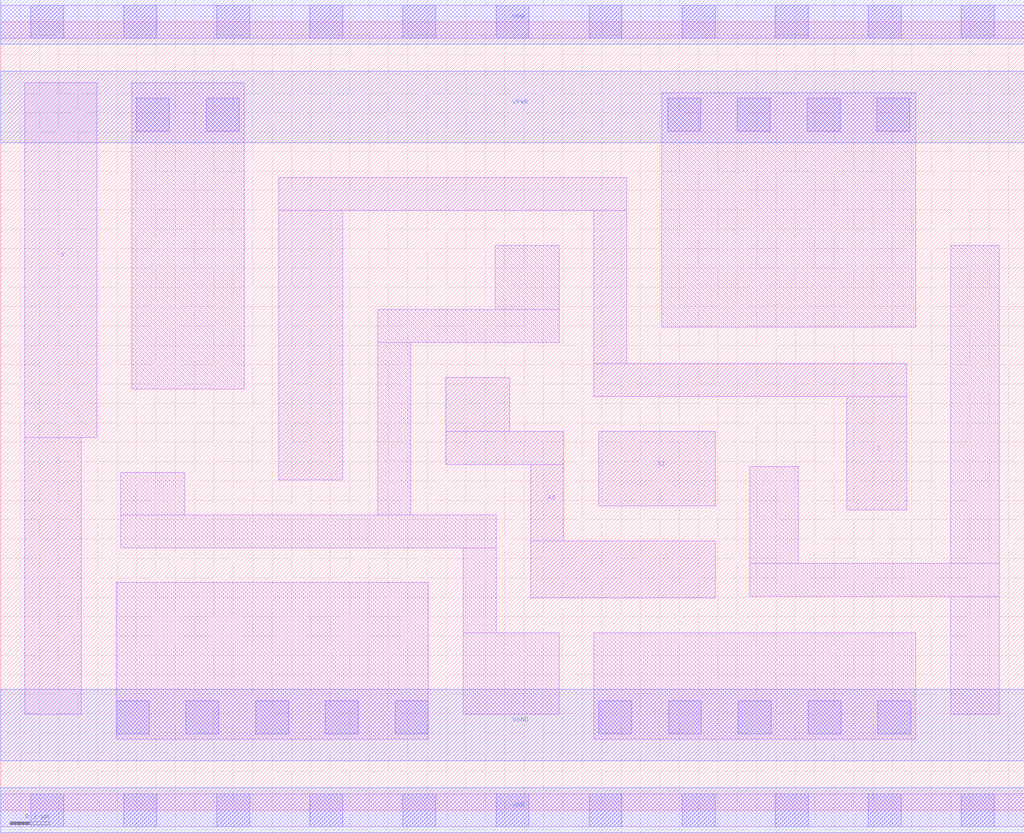
<source format=lef>
# Copyright 2020 The SkyWater PDK Authors
#
# Licensed under the Apache License, Version 2.0 (the "License");
# you may not use this file except in compliance with the License.
# You may obtain a copy of the License at
#
#     https://www.apache.org/licenses/LICENSE-2.0
#
# Unless required by applicable law or agreed to in writing, software
# distributed under the License is distributed on an "AS IS" BASIS,
# WITHOUT WARRANTIES OR CONDITIONS OF ANY KIND, either express or implied.
# See the License for the specific language governing permissions and
# limitations under the License.
#
# SPDX-License-Identifier: Apache-2.0

VERSION 5.5 ;
NAMESCASESENSITIVE ON ;
BUSBITCHARS "[]" ;
DIVIDERCHAR "/" ;
MACRO sky130_fd_sc_hvl__mux2_1
  CLASS CORE ;
  SOURCE USER ;
  ORIGIN  0.000000  0.000000 ;
  SIZE  5.280000 BY  4.070000 ;
  SYMMETRY X Y ;
  SITE unithv ;
  PIN A0
    ANTENNAGATEAREA  0.420000 ;
    DIRECTION INPUT ;
    USE SIGNAL ;
    PORT
      LAYER li1 ;
        RECT 2.295000 1.785000 2.905000 1.955000 ;
        RECT 2.295000 1.955000 2.625000 2.235000 ;
        RECT 2.735000 1.095000 3.685000 1.390000 ;
        RECT 2.735000 1.390000 2.905000 1.785000 ;
    END
  END A0
  PIN A1
    ANTENNAGATEAREA  0.420000 ;
    DIRECTION INPUT ;
    USE SIGNAL ;
    PORT
      LAYER li1 ;
        RECT 3.085000 1.570000 3.685000 1.955000 ;
    END
  END A1
  PIN S
    ANTENNAGATEAREA  0.840000 ;
    DIRECTION INPUT ;
    USE SIGNAL ;
    PORT
      LAYER li1 ;
        RECT 1.435000 1.705000 1.765000 3.095000 ;
        RECT 1.435000 3.095000 3.230000 3.265000 ;
        RECT 3.060000 2.135000 4.675000 2.305000 ;
        RECT 3.060000 2.305000 3.230000 3.095000 ;
        RECT 4.365000 1.550000 4.675000 2.135000 ;
    END
  END S
  PIN X
    ANTENNADIFFAREA  0.641250 ;
    DIRECTION OUTPUT ;
    USE SIGNAL ;
    PORT
      LAYER li1 ;
        RECT 0.125000 0.495000 0.415000 1.925000 ;
        RECT 0.125000 1.925000 0.495000 3.755000 ;
    END
  END X
  PIN VGND
    DIRECTION INOUT ;
    USE GROUND ;
    PORT
      LAYER met1 ;
        RECT 0.000000 0.255000 5.280000 0.625000 ;
    END
  END VGND
  PIN VNB
    DIRECTION INOUT ;
    USE GROUND ;
    PORT
      LAYER met1 ;
        RECT 0.000000 -0.115000 5.280000 0.115000 ;
    END
  END VNB
  PIN VPB
    DIRECTION INOUT ;
    USE POWER ;
    PORT
      LAYER met1 ;
        RECT 0.000000 3.955000 5.280000 4.185000 ;
    END
  END VPB
  PIN VPWR
    DIRECTION INOUT ;
    USE POWER ;
    PORT
      LAYER met1 ;
        RECT 0.000000 3.445000 5.280000 3.815000 ;
    END
  END VPWR
  OBS
    LAYER li1 ;
      RECT 0.000000 -0.085000 5.280000 0.085000 ;
      RECT 0.000000  3.985000 5.280000 4.155000 ;
      RECT 0.595000  0.365000 2.205000 1.175000 ;
      RECT 0.620000  1.355000 2.555000 1.525000 ;
      RECT 0.620000  1.525000 0.950000 1.745000 ;
      RECT 0.675000  2.175000 1.255000 3.755000 ;
      RECT 1.945000  1.525000 2.115000 2.415000 ;
      RECT 1.945000  2.415000 2.880000 2.585000 ;
      RECT 2.385000  0.495000 2.880000 0.915000 ;
      RECT 2.385000  0.915000 2.555000 1.355000 ;
      RECT 2.550000  2.585000 2.880000 2.915000 ;
      RECT 3.060000  0.365000 4.720000 0.915000 ;
      RECT 3.410000  2.495000 4.720000 3.705000 ;
      RECT 3.865000  1.105000 5.150000 1.275000 ;
      RECT 3.865000  1.275000 4.115000 1.775000 ;
      RECT 4.900000  0.495000 5.150000 1.105000 ;
      RECT 4.900000  1.275000 5.150000 2.915000 ;
    LAYER mcon ;
      RECT 0.155000 -0.085000 0.325000 0.085000 ;
      RECT 0.155000 -0.085000 0.325000 0.085000 ;
      RECT 0.155000  3.985000 0.325000 4.155000 ;
      RECT 0.155000  3.985000 0.325000 4.155000 ;
      RECT 0.595000  0.395000 0.765000 0.565000 ;
      RECT 0.635000 -0.085000 0.805000 0.085000 ;
      RECT 0.635000 -0.085000 0.805000 0.085000 ;
      RECT 0.635000  3.985000 0.805000 4.155000 ;
      RECT 0.635000  3.985000 0.805000 4.155000 ;
      RECT 0.700000  3.505000 0.870000 3.675000 ;
      RECT 0.955000  0.395000 1.125000 0.565000 ;
      RECT 1.060000  3.505000 1.230000 3.675000 ;
      RECT 1.115000 -0.085000 1.285000 0.085000 ;
      RECT 1.115000 -0.085000 1.285000 0.085000 ;
      RECT 1.115000  3.985000 1.285000 4.155000 ;
      RECT 1.115000  3.985000 1.285000 4.155000 ;
      RECT 1.315000  0.395000 1.485000 0.565000 ;
      RECT 1.595000 -0.085000 1.765000 0.085000 ;
      RECT 1.595000 -0.085000 1.765000 0.085000 ;
      RECT 1.595000  3.985000 1.765000 4.155000 ;
      RECT 1.595000  3.985000 1.765000 4.155000 ;
      RECT 1.675000  0.395000 1.845000 0.565000 ;
      RECT 2.035000  0.395000 2.205000 0.565000 ;
      RECT 2.075000 -0.085000 2.245000 0.085000 ;
      RECT 2.075000 -0.085000 2.245000 0.085000 ;
      RECT 2.075000  3.985000 2.245000 4.155000 ;
      RECT 2.075000  3.985000 2.245000 4.155000 ;
      RECT 2.555000 -0.085000 2.725000 0.085000 ;
      RECT 2.555000 -0.085000 2.725000 0.085000 ;
      RECT 2.555000  3.985000 2.725000 4.155000 ;
      RECT 2.555000  3.985000 2.725000 4.155000 ;
      RECT 3.035000 -0.085000 3.205000 0.085000 ;
      RECT 3.035000 -0.085000 3.205000 0.085000 ;
      RECT 3.035000  3.985000 3.205000 4.155000 ;
      RECT 3.035000  3.985000 3.205000 4.155000 ;
      RECT 3.085000  0.395000 3.255000 0.565000 ;
      RECT 3.440000  3.505000 3.610000 3.675000 ;
      RECT 3.445000  0.395000 3.615000 0.565000 ;
      RECT 3.515000 -0.085000 3.685000 0.085000 ;
      RECT 3.515000 -0.085000 3.685000 0.085000 ;
      RECT 3.515000  3.985000 3.685000 4.155000 ;
      RECT 3.515000  3.985000 3.685000 4.155000 ;
      RECT 3.800000  3.505000 3.970000 3.675000 ;
      RECT 3.805000  0.395000 3.975000 0.565000 ;
      RECT 3.995000 -0.085000 4.165000 0.085000 ;
      RECT 3.995000 -0.085000 4.165000 0.085000 ;
      RECT 3.995000  3.985000 4.165000 4.155000 ;
      RECT 3.995000  3.985000 4.165000 4.155000 ;
      RECT 4.160000  3.505000 4.330000 3.675000 ;
      RECT 4.165000  0.395000 4.335000 0.565000 ;
      RECT 4.475000 -0.085000 4.645000 0.085000 ;
      RECT 4.475000 -0.085000 4.645000 0.085000 ;
      RECT 4.475000  3.985000 4.645000 4.155000 ;
      RECT 4.475000  3.985000 4.645000 4.155000 ;
      RECT 4.520000  3.505000 4.690000 3.675000 ;
      RECT 4.525000  0.395000 4.695000 0.565000 ;
      RECT 4.955000 -0.085000 5.125000 0.085000 ;
      RECT 4.955000 -0.085000 5.125000 0.085000 ;
      RECT 4.955000  3.985000 5.125000 4.155000 ;
      RECT 4.955000  3.985000 5.125000 4.155000 ;
  END
END sky130_fd_sc_hvl__mux2_1
END LIBRARY

</source>
